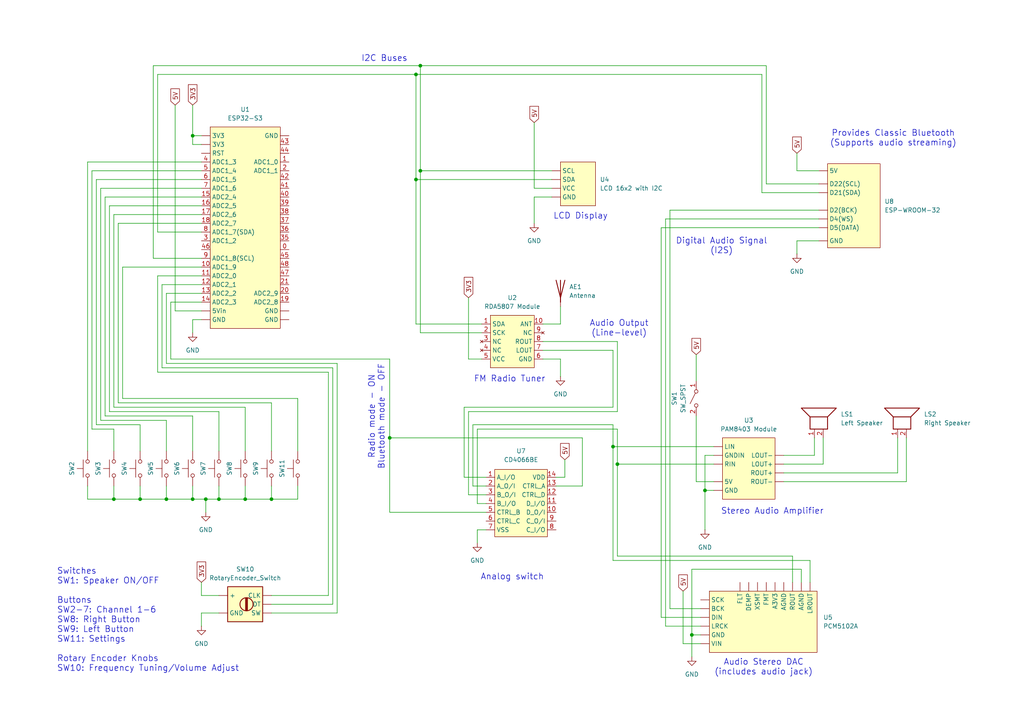
<source format=kicad_sch>
(kicad_sch (version 20231120) (generator "eeschema") (generator_version "8.0")
  (paper "A4")
  (lib_symbols
    (symbol "DIP_symbols:CD4066BE"
      (property "Reference" "U" (at 0 0 0))
      (property "Value" "CD4066BE" (at 0 0 0))
      (symbol "CD4066BE_0_1"
        (rectangle (start -7.62 -1.524) (end 7.62 -21.082) (fill (type background)))
      )
      (symbol "CD4066BE_1_1"
        (pin bidirectional line (at -10.16 -3.81 0) (length 2.54) (name "A_I/O") (number "1"))
        (pin bidirectional line (at 10.16 -13.97 180) (length 2.54) (name "D_O/I") (number "10"))
        (pin bidirectional line (at 10.16 -11.43 180) (length 2.54) (name "D_I/O") (number "11"))
        (pin input line (at 10.16 -8.89 180) (length 2.54) (name "CTRL_D") (number "12"))
        (pin input line (at 10.16 -6.35 180) (length 2.54) (name "CTRL_A") (number "13"))
        (pin power_in line (at 10.16 -3.81 180) (length 2.54) (name "VDD") (number "14"))
        (pin bidirectional line (at -10.16 -6.35 0) (length 2.54) (name "A_O/I") (number "2"))
        (pin bidirectional line (at -10.16 -8.89 0) (length 2.54) (name "B_O/I") (number "3"))
        (pin bidirectional line (at -10.16 -11.43 0) (length 2.54) (name "B_I/O") (number "4"))
        (pin input line (at -10.16 -13.97 0) (length 2.54) (name "CTRL_B") (number "5"))
        (pin input line (at -10.16 -16.51 0) (length 2.54) (name "CTRL_C") (number "6"))
        (pin power_in line (at -10.16 -19.05 0) (length 2.54) (name "VSS") (number "7"))
        (pin bidirectional line (at 10.16 -19.05 180) (length 2.54) (name "C_I/O") (number "8"))
        (pin bidirectional line (at 10.16 -16.51 180) (length 2.54) (name "C_O/I") (number "9"))
      )
    )
    (symbol "DIP_symbols:ESP32-S3"
      (property "Reference" "U" (at 0 0 0))
      (property "Value" "ESP32-S3" (at 0 0 0))
      (symbol "ESP32-S3_0_1"
        (rectangle (start -10.16 -1.27) (end 10.16 -59.69) (fill (type background)))
      )
      (symbol "ESP32-S3_1_1"
        (pin power_out line (at -12.7 -6.35 0) (length 2.54) (name "3V3") (number ""))
        (pin power_out line (at -12.7 -3.81 0) (length 2.54) (name "3V3") (number ""))
        (pin power_in line (at -12.7 -54.61 0) (length 2.54) (name "5Vin") (number ""))
        (pin power_out line (at -12.7 -57.15 0) (length 2.54) (name "GND") (number ""))
        (pin power_out line (at 12.7 -57.15 180) (length 2.54) (name "GND") (number ""))
        (pin power_out line (at 12.7 -54.61 180) (length 2.54) (name "GND") (number ""))
        (pin power_out line (at 12.7 -3.81 180) (length 2.54) (name "GND") (number ""))
        (pin input line (at -12.7 -8.89 0) (length 2.54) (name "RST") (number ""))
        (pin bidirectional line (at 12.7 -36.83 180) (length 2.54) (name "") (number "0"))
        (pin bidirectional line (at 12.7 -11.43 180) (length 2.54) (name "ADC1_0") (number "1"))
        (pin bidirectional line (at -12.7 -41.91 0) (length 2.54) (name "ADC1_9") (number "10"))
        (pin bidirectional line (at -12.7 -44.45 0) (length 2.54) (name "ADC2_0") (number "11"))
        (pin bidirectional line (at -12.7 -46.99 0) (length 2.54) (name "ADC2_1") (number "12"))
        (pin bidirectional line (at -12.7 -49.53 0) (length 2.54) (name "ADC2_2") (number "13"))
        (pin bidirectional line (at -12.7 -52.07 0) (length 2.54) (name "ADC2_3") (number "14"))
        (pin bidirectional line (at -12.7 -21.59 0) (length 2.54) (name "ADC2_4") (number "15"))
        (pin bidirectional line (at -12.7 -24.13 0) (length 2.54) (name "ADC2_5") (number "16"))
        (pin bidirectional line (at -12.7 -26.67 0) (length 2.54) (name "ADC2_6") (number "17"))
        (pin bidirectional line (at -12.7 -29.21 0) (length 2.54) (name "ADC2_7") (number "18"))
        (pin bidirectional line (at 12.7 -52.07 180) (length 2.54) (name "ADC2_8") (number "19"))
        (pin bidirectional line (at 12.7 -13.97 180) (length 2.54) (name "ADC1_1") (number "2"))
        (pin bidirectional line (at 12.7 -49.53 180) (length 2.54) (name "ADC2_9") (number "20"))
        (pin bidirectional line (at 12.7 -46.99 180) (length 2.54) (name "") (number "21"))
        (pin bidirectional line (at -12.7 -34.29 0) (length 2.54) (name "ADC1_2") (number "3"))
        (pin bidirectional line (at 12.7 -34.29 180) (length 2.54) (name "") (number "35"))
        (pin bidirectional line (at 12.7 -31.75 180) (length 2.54) (name "") (number "36"))
        (pin bidirectional line (at 12.7 -29.21 180) (length 2.54) (name "") (number "37"))
        (pin bidirectional line (at 12.7 -26.67 180) (length 2.54) (name "") (number "38"))
        (pin bidirectional line (at 12.7 -24.13 180) (length 2.54) (name "") (number "39"))
        (pin bidirectional line (at -12.7 -11.43 0) (length 2.54) (name "ADC1_3") (number "4"))
        (pin bidirectional line (at 12.7 -21.59 180) (length 2.54) (name "") (number "40"))
        (pin bidirectional line (at 12.7 -19.05 180) (length 2.54) (name "") (number "41"))
        (pin bidirectional line (at 12.7 -16.51 180) (length 2.54) (name "") (number "42"))
        (pin bidirectional line (at 12.7 -6.35 180) (length 2.54) (name "") (number "43"))
        (pin bidirectional line (at 12.7 -8.89 180) (length 2.54) (name "") (number "44"))
        (pin bidirectional line (at 12.7 -39.37 180) (length 2.54) (name "") (number "45"))
        (pin bidirectional line (at -12.7 -36.83 0) (length 2.54) (name "") (number "46"))
        (pin bidirectional line (at 12.7 -44.45 180) (length 2.54) (name "") (number "47"))
        (pin bidirectional line (at 12.7 -41.91 180) (length 2.54) (name "") (number "48"))
        (pin bidirectional line (at -12.7 -13.97 0) (length 2.54) (name "ADC1_4") (number "5"))
        (pin bidirectional line (at -12.7 -16.51 0) (length 2.54) (name "ADC1_5") (number "6"))
        (pin bidirectional line (at -12.7 -19.05 0) (length 2.54) (name "ADC1_6") (number "7"))
        (pin bidirectional line (at -12.7 -31.75 0) (length 2.54) (name "ADC1_7(SDA)") (number "8"))
        (pin bidirectional line (at -12.7 -39.37 0) (length 2.54) (name "ADC1_8(SCL)") (number "9"))
      )
    )
    (symbol "DIP_symbols:LCD_16x2_with_I2C"
      (property "Reference" "U" (at 0 0 0))
      (property "Value" "LCD 16x2 with I2C" (at 0 0 0))
      (symbol "LCD_16x2_with_I2C_0_1"
        (rectangle (start -5.08 -1.27) (end 5.08 -13.97) (fill (type background)))
      )
      (symbol "LCD_16x2_with_I2C_1_1"
        (pin power_in line (at -7.62 -11.43 0) (length 2.54) (name "GND") (number ""))
        (pin input line (at -7.62 -3.81 0) (length 2.54) (name "SCL") (number ""))
        (pin bidirectional line (at -7.62 -6.35 0) (length 2.54) (name "SDA") (number ""))
        (pin power_in line (at -7.62 -8.89 0) (length 2.54) (name "VCC") (number ""))
      )
    )
    (symbol "DIP_symbols:PAM8403_Module"
      (property "Reference" "U" (at 0 0 0))
      (property "Value" "PAM8403 Module" (at 0 0 0))
      (symbol "PAM8403_Module_0_1"
        (rectangle (start -7.62 -1.27) (end 7.62 -19.05) (fill (type background)))
      )
      (symbol "PAM8403_Module_1_1"
        (pin power_in line (at -10.16 -13.97 0) (length 2.54) (name "5V") (number ""))
        (pin power_in line (at -10.16 -16.51 0) (length 2.54) (name "GND") (number ""))
        (pin input line (at -10.16 -6.35 0) (length 2.54) (name "GNDIN") (number ""))
        (pin input line (at -10.16 -3.81 0) (length 2.54) (name "LIN") (number ""))
        (pin output line (at 10.16 -8.89 180) (length 2.54) (name "LOUT+") (number ""))
        (pin output line (at 10.16 -6.35 180) (length 2.54) (name "LOUT-") (number ""))
        (pin input line (at -10.16 -8.89 0) (length 2.54) (name "RIN") (number ""))
        (pin output line (at 10.16 -11.43 180) (length 2.54) (name "ROUT+") (number ""))
        (pin output line (at 10.16 -13.97 180) (length 2.54) (name "ROUT-") (number ""))
      )
    )
    (symbol "DIP_symbols:PCM5102A" (pin_numbers hide)
      (property "Reference" "U" (at -1.27 3.81 0))
      (property "Value" "PCM5102A" (at -1.27 3.81 0))
      (symbol "PCM5102A_0_1"
        (rectangle (start -14.732 0) (end 16.51 -17.78) (fill (type background)))
      )
      (symbol "PCM5102A_1_1"
        (pin bidirectional line (at -2.54 2.54 270) (length 2.54) (name "A3V3") (number ""))
        (pin bidirectional line (at -10.16 2.54 270) (length 2.54) (name "AGND") (number ""))
        (pin bidirectional line (at -5.08 2.54 270) (length 2.54) (name "AGND") (number ""))
        (pin bidirectional line (at 19.05 -5.08 180) (length 2.54) (name "BCK") (number ""))
        (pin bidirectional line (at 5.08 2.54 270) (length 2.54) (name "DEMP") (number ""))
        (pin bidirectional line (at 19.05 -7.62 180) (length 2.54) (name "DIN") (number ""))
        (pin bidirectional line (at 7.62 2.54 270) (length 2.54) (name "FLT") (number ""))
        (pin bidirectional line (at 0 2.54 270) (length 2.54) (name "FMT") (number ""))
        (pin power_in line (at 19.05 -12.7 180) (length 2.54) (name "GND") (number ""))
        (pin bidirectional line (at 19.05 -10.16 180) (length 2.54) (name "LRCK") (number ""))
        (pin bidirectional line (at -12.7 2.54 270) (length 2.54) (name "LROUT") (number ""))
        (pin bidirectional line (at -7.62 2.54 270) (length 2.54) (name "ROUT") (number ""))
        (pin bidirectional line (at 19.05 -2.54 180) (length 2.54) (name "SCK") (number ""))
        (pin power_in line (at 19.05 -15.24 180) (length 2.54) (name "VIN") (number ""))
        (pin bidirectional line (at 2.54 2.54 270) (length 2.54) (name "XSMT") (number ""))
      )
    )
    (symbol "DIP_symbols:RDA5807_Module"
      (property "Reference" "U" (at 0 0 0))
      (property "Value" "RDA5807 Module" (at 0 0 0))
      (symbol "RDA5807_Module_0_1"
        (rectangle (start -6.35 -1.27) (end 6.35 -16.51) (fill (type background)))
      )
      (symbol "RDA5807_Module_1_1"
        (pin bidirectional line (at -8.89 -3.81 0) (length 2.54) (name "SDA") (number "1"))
        (pin input line (at 8.89 -3.81 180) (length 2.54) (name "ANT") (number "10"))
        (pin bidirectional line (at -8.89 -6.35 0) (length 2.54) (name "SCK") (number "2"))
        (pin no_connect line (at -8.89 -8.89 0) (length 2.54) (name "NC") (number "3"))
        (pin no_connect line (at -8.89 -11.43 0) (length 2.54) (name "NC") (number "4"))
        (pin power_in line (at -8.89 -13.97 0) (length 2.54) (name "VCC") (number "5"))
        (pin power_in line (at 8.89 -13.97 180) (length 2.54) (name "GND") (number "6"))
        (pin output line (at 8.89 -11.43 180) (length 2.54) (name "LOUT") (number "7"))
        (pin output line (at 8.89 -8.89 180) (length 2.54) (name "ROUT") (number "8"))
        (pin no_connect line (at 8.89 -6.35 180) (length 2.54) (name "NC") (number "9"))
      )
    )
    (symbol "DIP_symbols:RotaryEncoder_Switch"
      (property "Reference" "SW" (at 0 -0.254 0))
      (property "Value" "RotaryEncoder_Switch" (at 0 0 0))
      (symbol "RotaryEncoder_Switch_0_1"
        (rectangle (start -5.08 5.08) (end 5.08 -5.08) (stroke (width 0.254)) (fill (type background)))
        (circle (center -0.381 0) (radius 1.905) (stroke (width 0.254)))
        (polyline (pts (xy -0.635 -1.778) (xy -0.635 1.778)) (stroke (width 0.254)))
        (polyline (pts (xy -0.381 -1.778) (xy -0.381 1.778)) (stroke (width 0.254)))
        (polyline (pts (xy -0.127 1.778) (xy -0.127 -1.778)) (stroke (width 0.254)))
      )
      (symbol "RotaryEncoder_Switch_1_1"
        (pin passive line (at 7.62 2.54 180) (length 2.54) (name "+") (number ""))
        (pin passive line (at -7.62 2.54 0) (length 2.54) (name "CLK") (number ""))
        (pin passive line (at -7.62 0 0) (length 2.54) (name "DT") (number ""))
        (pin passive line (at 7.62 -2.54 180) (length 2.54) (name "GND") (number ""))
        (pin passive line (at -7.62 -2.54 0) (length 2.54) (name "SW") (number ""))
      )
    )
    (symbol "Device:Antenna" (pin_numbers hide) (pin_names (offset 1.016) hide)
      (property "Reference" "AE" (at -1.905 1.905 0))
      (property "Value" "Antenna" (at -1.905 0 0))
      (symbol "Antenna_0_1"
        (polyline (pts (xy 0 2.54) (xy 0 -3.81)) (stroke (width 0.254)))
        (polyline (pts (xy 1.27 2.54) (xy 0 -2.54) (xy -1.27 2.54)) (stroke (width 0.254)))
      )
      (symbol "Antenna_1_1"
        (pin input line (at 0 -5.08 90) (length 2.54) (name "A") (number "1"))
      )
    )
    (symbol "Device:Speaker" (pin_names (offset 0) hide)
      (property "Reference" "LS" (at 1.27 5.715 0))
      (property "Value" "Speaker" (at 1.27 3.81 0))
      (symbol "Speaker_0_0"
        (rectangle (start -2.54 1.27) (end 1.016 -3.81) (stroke (width 0.254)))
        (polyline (pts (xy 1.016 1.27) (xy 3.556 3.81) (xy 3.556 -6.35) (xy 1.016 -3.81)) (stroke (width 0.254)))
      )
      (symbol "Speaker_1_1"
        (pin input line (at -5.08 0 0) (length 2.54) (name "1") (number "1"))
        (pin input line (at -5.08 -2.54 0) (length 2.54) (name "2") (number "2"))
      )
    )
    (symbol "ESP-WROOM-32_1"
      (property "Reference" "U" (at 0 0 0))
      (property "Value" "ESP-WROOM-32" (at 0 0 0))
      (symbol "ESP-WROOM-32_1_0_1"
        (rectangle (start -7.62 -3.048) (end 7.62 -27.432) (fill (type background)))
      )
      (symbol "ESP-WROOM-32_1_1_1"
        (pin power_in line (at -10.16 -5.08 0) (length 2.54) (name "5V") (number ""))
        (pin bidirectional line (at -10.16 -16.51 0) (length 2.54) (name "D2(BCK)") (number ""))
        (pin bidirectional line (at -10.16 -11.43 0) (length 2.54) (name "D21(SDA)") (number ""))
        (pin bidirectional line (at -10.16 -8.89 0) (length 2.54) (name "D22(SCL)") (number ""))
        (pin bidirectional line (at -10.16 -19.05 0) (length 2.54) (name "D4(WS)") (number ""))
        (pin bidirectional line (at -10.16 -21.59 0) (length 2.54) (name "D5(DATA)") (number ""))
        (pin power_out line (at -10.16 -25.4 0) (length 2.54) (name "GND") (number ""))
      )
    )
    (symbol "Switch:SW_Push" (pin_numbers hide) (pin_names (offset 1.016) hide)
      (property "Reference" "SW" (at 1.27 2.54 0))
      (property "Value" "SW_Push" (at 0 -1.524 0))
      (symbol "SW_Push_0_1"
        (circle (center -2.032 0) (radius 0.508))
        (polyline (pts (xy 0 1.27) (xy 0 3.048)))
        (polyline (pts (xy 2.54 1.27) (xy -2.54 1.27)))
        (circle (center 2.032 0) (radius 0.508))
        (pin passive line (at -5.08 0 0) (length 2.54) (name "1") (number "1"))
        (pin passive line (at 5.08 0 180) (length 2.54) (name "2") (number "2"))
      )
    )
    (symbol "Switch:SW_SPST" (pin_names (offset 0) hide)
      (property "Reference" "SW" (at 0 3.175 0))
      (property "Value" "SW_SPST" (at 0 -2.54 0))
      (symbol "SW_SPST_0_0"
        (circle (center -2.032 0) (radius 0.508))
        (polyline (pts (xy -1.524 0.254) (xy 1.524 1.778)))
        (circle (center 2.032 0) (radius 0.508))
      )
      (symbol "SW_SPST_1_1"
        (pin passive line (at -5.08 0 0) (length 2.54) (name "A") (number "1"))
        (pin passive line (at 5.08 0 180) (length 2.54) (name "B") (number "2"))
      )
    )
    (symbol "power:GND" (power) (pin_numbers hide) (pin_names (offset 0) hide)
      (property "Value" "GND" (at 0 -3.81 0))
      (symbol "GND_0_1"
        (polyline (pts (xy 0 0) (xy 0 -1.27) (xy 1.27 -1.27) (xy 0 -2.54) (xy -1.27 -1.27) (xy 0 -1.27)))
      )
      (symbol "GND_1_1"
        (pin power_in line (at 0 0 270) (length 0) (name "~") (number "1"))
      )
    )
  )
  (junction (at 63.5 144.78))
  (junction (at 113.03 127))
  (junction (at 55.88 144.78))
  (junction (at 121.92 49.53))
  (junction (at 121.92 19.05))
  (junction (at 59.69 144.78))
  (junction (at 200.66 184.15))
  (junction (at 71.12 144.78))
  (junction (at 179.07 134.62))
  (junction (at 55.88 39.37))
  (junction (at 48.26 144.78))
  (junction (at 177.8 129.54))
  (junction (at 120.65 52.07))
  (junction (at 33.02 144.78))
  (junction (at 120.65 21.59))
  (junction (at 78.74 144.78))
  (junction (at 204.47 142.24))
  (junction (at 40.64 144.78))
  (wire (pts (xy 97.79 105.41) (xy 97.79 177.8)))
  (wire (pts (xy 140.97 148.59) (xy 113.03 148.59)))
  (wire (pts (xy 140.97 146.05) (xy 138.43 146.05)))
  (wire (pts (xy 204.47 142.24) (xy 204.47 153.67)))
  (wire (pts (xy 227.33 132.08) (xy 236.22 132.08)))
  (wire (pts (xy 203.2 184.15) (xy 200.66 184.15)))
  (wire (pts (xy 63.5 144.78) (xy 71.12 144.78)))
  (wire (pts (xy 86.36 115.57) (xy 86.36 130.81)))
  (wire (pts (xy 121.92 49.53) (xy 160.02 49.53)))
  (wire (pts (xy 63.5 119.38) (xy 63.5 130.81)))
  (wire (pts (xy 55.88 30.48) (xy 55.88 39.37)))
  (wire (pts (xy 71.12 144.78) (xy 78.74 144.78)))
  (wire (pts (xy 55.88 39.37) (xy 58.42 39.37)))
  (wire (pts (xy 25.4 144.78) (xy 33.02 144.78)))
  (wire (pts (xy 121.92 49.53) (xy 121.92 96.52)))
  (wire (pts (xy 201.93 120.65) (xy 201.93 139.7)))
  (wire (pts (xy 177.8 162.56) (xy 234.95 162.56)))
  (wire (pts (xy 33.02 118.11) (xy 71.12 118.11)))
  (wire (pts (xy 48.26 121.92) (xy 48.26 130.81)))
  (wire (pts (xy 207.01 139.7) (xy 201.93 139.7)))
  (wire (pts (xy 40.64 144.78) (xy 40.64 140.97)))
  (wire (pts (xy 201.93 102.87) (xy 201.93 110.49)))
  (wire (pts (xy 120.65 52.07) (xy 120.65 93.98)))
  (wire (pts (xy 58.42 80.01) (xy 45.72 80.01)))
  (wire (pts (xy 120.65 52.07) (xy 160.02 52.07)))
  (wire (pts (xy 34.29 64.77) (xy 58.42 64.77)))
  (wire (pts (xy 59.69 148.59) (xy 59.69 144.78)))
  (wire (pts (xy 163.83 138.43) (xy 161.29 138.43)))
  (wire (pts (xy 237.49 69.85) (xy 231.14 69.85)))
  (wire (pts (xy 25.4 144.78) (xy 25.4 140.97)))
  (wire (pts (xy 113.03 148.59) (xy 113.03 127)))
  (wire (pts (xy 179.07 124.46) (xy 179.07 134.62)))
  (wire (pts (xy 200.66 184.15) (xy 200.66 190.5)))
  (wire (pts (xy 31.75 59.69) (xy 58.42 59.69)))
  (wire (pts (xy 33.02 144.78) (xy 33.02 140.97)))
  (wire (pts (xy 204.47 132.08) (xy 204.47 142.24)))
  (wire (pts (xy 236.22 132.08) (xy 236.22 127)))
  (wire (pts (xy 50.8 30.48) (xy 50.8 90.17)))
  (wire (pts (xy 55.88 120.65) (xy 55.88 130.81)))
  (wire (pts (xy 134.62 118.11) (xy 134.62 138.43)))
  (wire (pts (xy 154.94 35.56) (xy 154.94 54.61)))
  (wire (pts (xy 134.62 138.43) (xy 140.97 138.43)))
  (wire (pts (xy 58.42 41.91) (xy 55.88 41.91)))
  (wire (pts (xy 120.65 93.98) (xy 139.7 93.98)))
  (wire (pts (xy 162.56 93.98) (xy 157.48 93.98)))
  (wire (pts (xy 29.21 54.61) (xy 58.42 54.61)))
  (wire (pts (xy 113.03 104.14) (xy 113.03 127)))
  (wire (pts (xy 71.12 144.78) (xy 71.12 140.97)))
  (wire (pts (xy 35.56 115.57) (xy 86.36 115.57)))
  (wire (pts (xy 231.14 49.53) (xy 231.14 44.45)))
  (wire (pts (xy 207.01 132.08) (xy 204.47 132.08)))
  (wire (pts (xy 222.25 53.34) (xy 237.49 53.34)))
  (wire (pts (xy 30.48 120.65) (xy 55.88 120.65)))
  (wire (pts (xy 33.02 62.23) (xy 58.42 62.23)))
  (wire (pts (xy 44.45 19.05) (xy 44.45 74.93)))
  (wire (pts (xy 238.76 134.62) (xy 238.76 127)))
  (wire (pts (xy 138.43 153.67) (xy 138.43 157.48)))
  (wire (pts (xy 55.88 144.78) (xy 55.88 140.97)))
  (wire (pts (xy 157.48 101.6) (xy 177.8 101.6)))
  (wire (pts (xy 59.69 144.78) (xy 63.5 144.78)))
  (wire (pts (xy 63.5 177.8) (xy 58.42 177.8)))
  (wire (pts (xy 48.26 144.78) (xy 55.88 144.78)))
  (wire (pts (xy 120.65 21.59) (xy 220.98 21.59)))
  (wire (pts (xy 34.29 64.77) (xy 34.29 116.84)))
  (wire (pts (xy 232.41 165.1) (xy 200.66 165.1)))
  (wire (pts (xy 45.72 80.01) (xy 45.72 107.95)))
  (wire (pts (xy 162.56 104.14) (xy 162.56 109.22)))
  (wire (pts (xy 179.07 134.62) (xy 207.01 134.62)))
  (wire (pts (xy 227.33 139.7) (xy 262.89 139.7)))
  (wire (pts (xy 177.8 123.19) (xy 177.8 129.54)))
  (wire (pts (xy 177.8 129.54) (xy 177.8 162.56)))
  (wire (pts (xy 46.99 106.68) (xy 96.52 106.68)))
  (wire (pts (xy 262.89 139.7) (xy 262.89 127)))
  (wire (pts (xy 135.89 119.38) (xy 135.89 143.51)))
  (wire (pts (xy 58.42 177.8) (xy 58.42 181.61)))
  (wire (pts (xy 44.45 74.93) (xy 58.42 74.93)))
  (wire (pts (xy 179.07 99.06) (xy 179.07 119.38)))
  (wire (pts (xy 40.64 144.78) (xy 48.26 144.78)))
  (wire (pts (xy 58.42 82.55) (xy 46.99 82.55)))
  (wire (pts (xy 229.87 161.29) (xy 229.87 168.91)))
  (wire (pts (xy 193.04 181.61) (xy 203.2 181.61)))
  (wire (pts (xy 179.07 161.29) (xy 229.87 161.29)))
  (wire (pts (xy 49.53 87.63) (xy 49.53 104.14)))
  (wire (pts (xy 45.72 67.31) (xy 58.42 67.31)))
  (wire (pts (xy 29.21 54.61) (xy 29.21 121.92)))
  (wire (pts (xy 157.48 99.06) (xy 179.07 99.06)))
  (wire (pts (xy 26.67 49.53) (xy 58.42 49.53)))
  (wire (pts (xy 177.8 118.11) (xy 134.62 118.11)))
  (wire (pts (xy 137.16 140.97) (xy 137.16 123.19)))
  (wire (pts (xy 168.91 140.97) (xy 168.91 127)))
  (wire (pts (xy 227.33 137.16) (xy 260.35 137.16)))
  (wire (pts (xy 44.45 19.05) (xy 121.92 19.05)))
  (wire (pts (xy 168.91 127) (xy 113.03 127)))
  (wire (pts (xy 138.43 146.05) (xy 138.43 124.46)))
  (wire (pts (xy 177.8 129.54) (xy 207.01 129.54)))
  (wire (pts (xy 63.5 172.72) (xy 58.42 172.72)))
  (wire (pts (xy 200.66 165.1) (xy 200.66 184.15)))
  (wire (pts (xy 33.02 62.23) (xy 33.02 118.11)))
  (wire (pts (xy 139.7 104.14) (xy 135.89 104.14)))
  (wire (pts (xy 86.36 140.97) (xy 86.36 144.78)))
  (wire (pts (xy 48.26 105.41) (xy 97.79 105.41)))
  (wire (pts (xy 46.99 82.55) (xy 46.99 106.68)))
  (wire (pts (xy 227.33 134.62) (xy 238.76 134.62)))
  (wire (pts (xy 40.64 123.19) (xy 40.64 130.81)))
  (wire (pts (xy 160.02 54.61) (xy 154.94 54.61)))
  (wire (pts (xy 179.07 119.38) (xy 135.89 119.38)))
  (wire (pts (xy 48.26 144.78) (xy 48.26 140.97)))
  (wire (pts (xy 78.74 177.8) (xy 97.79 177.8)))
  (wire (pts (xy 160.02 57.15) (xy 154.94 57.15)))
  (wire (pts (xy 237.49 60.96) (xy 194.31 60.96)))
  (wire (pts (xy 25.4 46.99) (xy 58.42 46.99)))
  (wire (pts (xy 55.88 92.71) (xy 58.42 92.71)))
  (wire (pts (xy 237.49 66.04) (xy 191.77 66.04)))
  (wire (pts (xy 33.02 124.46) (xy 33.02 130.81)))
  (wire (pts (xy 194.31 176.53) (xy 203.2 176.53)))
  (wire (pts (xy 78.74 144.78) (xy 86.36 144.78)))
  (wire (pts (xy 45.72 107.95) (xy 95.25 107.95)))
  (wire (pts (xy 220.98 55.88) (xy 237.49 55.88)))
  (wire (pts (xy 163.83 133.35) (xy 163.83 138.43)))
  (wire (pts (xy 27.94 52.07) (xy 27.94 123.19)))
  (wire (pts (xy 35.56 77.47) (xy 35.56 115.57)))
  (wire (pts (xy 135.89 86.36) (xy 135.89 104.14)))
  (wire (pts (xy 26.67 124.46) (xy 33.02 124.46)))
  (wire (pts (xy 27.94 123.19) (xy 40.64 123.19)))
  (wire (pts (xy 138.43 153.67) (xy 140.97 153.67)))
  (wire (pts (xy 55.88 39.37) (xy 55.88 41.91)))
  (wire (pts (xy 78.74 116.84) (xy 78.74 130.81)))
  (wire (pts (xy 135.89 143.51) (xy 140.97 143.51)))
  (wire (pts (xy 137.16 123.19) (xy 177.8 123.19)))
  (wire (pts (xy 121.92 19.05) (xy 222.25 19.05)))
  (wire (pts (xy 191.77 179.07) (xy 203.2 179.07)))
  (wire (pts (xy 121.92 19.05) (xy 121.92 49.53)))
  (wire (pts (xy 237.49 63.5) (xy 193.04 63.5)))
  (wire (pts (xy 260.35 137.16) (xy 260.35 127)))
  (wire (pts (xy 237.49 49.53) (xy 231.14 49.53)))
  (wire (pts (xy 30.48 57.15) (xy 30.48 120.65)))
  (wire (pts (xy 29.21 121.92) (xy 48.26 121.92)))
  (wire (pts (xy 231.14 69.85) (xy 231.14 73.66)))
  (wire (pts (xy 26.67 49.53) (xy 26.67 124.46)))
  (wire (pts (xy 58.42 172.72) (xy 58.42 168.91)))
  (wire (pts (xy 154.94 57.15) (xy 154.94 64.77)))
  (wire (pts (xy 33.02 144.78) (xy 40.64 144.78)))
  (wire (pts (xy 27.94 52.07) (xy 58.42 52.07)))
  (wire (pts (xy 162.56 88.9) (xy 162.56 93.98)))
  (wire (pts (xy 45.72 21.59) (xy 45.72 67.31)))
  (wire (pts (xy 71.12 118.11) (xy 71.12 130.81)))
  (wire (pts (xy 55.88 144.78) (xy 59.69 144.78)))
  (wire (pts (xy 58.42 90.17) (xy 50.8 90.17)))
  (wire (pts (xy 55.88 92.71) (xy 55.88 96.52)))
  (wire (pts (xy 96.52 106.68) (xy 96.52 175.26)))
  (wire (pts (xy 58.42 85.09) (xy 48.26 85.09)))
  (wire (pts (xy 138.43 124.46) (xy 179.07 124.46)))
  (wire (pts (xy 204.47 142.24) (xy 207.01 142.24)))
  (wire (pts (xy 78.74 172.72) (xy 95.25 172.72)))
  (wire (pts (xy 49.53 104.14) (xy 113.03 104.14)))
  (wire (pts (xy 78.74 116.84) (xy 34.29 116.84)))
  (wire (pts (xy 161.29 140.97) (xy 168.91 140.97)))
  (wire (pts (xy 45.72 21.59) (xy 120.65 21.59)))
  (wire (pts (xy 234.95 162.56) (xy 234.95 168.91)))
  (wire (pts (xy 31.75 59.69) (xy 31.75 119.38)))
  (wire (pts (xy 232.41 168.91) (xy 232.41 165.1)))
  (wire (pts (xy 220.98 21.59) (xy 220.98 55.88)))
  (wire (pts (xy 121.92 96.52) (xy 139.7 96.52)))
  (wire (pts (xy 198.12 186.69) (xy 203.2 186.69)))
  (wire (pts (xy 30.48 57.15) (xy 58.42 57.15)))
  (wire (pts (xy 179.07 134.62) (xy 179.07 161.29)))
  (wire (pts (xy 194.31 60.96) (xy 194.31 176.53)))
  (wire (pts (xy 25.4 46.99) (xy 25.4 130.81)))
  (wire (pts (xy 35.56 77.47) (xy 58.42 77.47)))
  (wire (pts (xy 95.25 107.95) (xy 95.25 172.72)))
  (wire (pts (xy 177.8 101.6) (xy 177.8 118.11)))
  (wire (pts (xy 63.5 144.78) (xy 63.5 140.97)))
  (wire (pts (xy 140.97 140.97) (xy 137.16 140.97)))
  (wire (pts (xy 58.42 87.63) (xy 49.53 87.63)))
  (wire (pts (xy 191.77 66.04) (xy 191.77 179.07)))
  (wire (pts (xy 193.04 63.5) (xy 193.04 181.61)))
  (wire (pts (xy 78.74 144.78) (xy 78.74 140.97)))
  (wire (pts (xy 198.12 171.45) (xy 198.12 186.69)))
  (wire (pts (xy 78.74 175.26) (xy 96.52 175.26)))
  (wire (pts (xy 222.25 19.05) (xy 222.25 53.34)))
  (wire (pts (xy 120.65 21.59) (xy 120.65 52.07)))
  (wire (pts (xy 31.75 119.38) (xy 63.5 119.38)))
  (wire (pts (xy 48.26 85.09) (xy 48.26 105.41)))
  (wire (pts (xy 157.48 104.14) (xy 162.56 104.14)))
  (text "Stereo Audio Amplifier" (at 224.028 148.336 0) (effects (font (size 1.75 1.75))))
  (text "Audio Output\n(Line-level)" (at 179.578 95.25 0) (effects (font (size 1.75 1.75))))
  (text "Switches\nSW1: Speaker ON/OFF\n\nButtons\nSW2-7: Channel 1-6\nSW8: Right Button\nSW9: Left Button\nSW11: Settings\n\nRotary Encoder Knobs\nSW10: Frequency Tuning/Volume Adjust" (at 16.51 179.832 0) (effects (font (size 1.75 1.75)) (justify left)))
  (text "Provides Classic Bluetooth\n(Supports audio streaming)" (at 259.08 40.132 0) (effects (font (size 1.75 1.75))))
  (text "Digital Audio Signal\n(I2S)" (at 209.296 71.374 0) (effects (font (size 1.75 1.75))))
  (text "Audio Stereo DAC\n(includes audio jack)" (at 221.488 193.548 0) (effects (font (size 1.75 1.75))))
  (text "Radio mode - ON\nBluetooth mode - OFF" (at 109.22 120.904 90) (effects (font (size 1.75 1.75))))
  (text "I2C Buses" (at 111.506 17.018 0) (effects (font (size 1.75 1.75))))
  (text "Analog switch" (at 148.59 167.386 0) (effects (font (size 1.75 1.75))))
  (text "FM Radio Tuner" (at 147.828 109.982 0) (effects (font (size 1.75 1.75))))
  (text "LCD Display" (at 168.402 62.738 0) (effects (font (size 1.75 1.75))))
  (global_label "5V" (shape input) (at 163.83 133.35 90) (property "Intersheetrefs" "${INTERSHEET_REFS}" (effects (hide yes))))
  (global_label "3V3" (shape input) (at 55.88 30.48 90) (property "Intersheetrefs" "${INTERSHEET_REFS}" (effects (hide yes))))
  (global_label "5V" (shape input) (at 231.14 44.45 90) (property "Intersheetrefs" "${INTERSHEET_REFS}" (effects (hide yes))))
  (global_label "5V" (shape input) (at 201.93 102.87 90) (property "Intersheetrefs" "${INTERSHEET_REFS}" (effects (hide yes))))
  (global_label "5V" (shape input) (at 198.12 171.45 90) (property "Intersheetrefs" "${INTERSHEET_REFS}" (effects (hide yes))))
  (global_label "5V" (shape input) (at 50.8 30.48 90) (property "Intersheetrefs" "${INTERSHEET_REFS}" (effects (hide yes))))
  (global_label "3V3" (shape input) (at 58.42 168.91 90) (property "Intersheetrefs" "${INTERSHEET_REFS}" (effects (hide yes))))
  (global_label "3V3" (shape input) (at 135.89 86.36 90) (property "Intersheetrefs" "${INTERSHEET_REFS}" (effects (hide yes))))
  (global_label "5V" (shape input) (at 154.94 35.56 90) (property "Intersheetrefs" "${INTERSHEET_REFS}" (effects (hide yes))))
  (symbol (lib_id "Switch:SW_Push") (at 71.12 135.89 90) (mirror x) (unit 1)
    (property "Reference" "SW8" (at 66.548 135.89 0))
    (property "Value" "Button" (effects (hide yes)))
    (property "Description" "Push button switch, generic, two pins" (effects (hide yes)))
  )
  (symbol (lib_id "power:GND") (at 204.47 153.67 0) (unit 1)
    (property "Reference" "#PWR05" (effects (hide yes)))
    (property "Value" "GND" (at 204.47 158.75 0))
    (property "Description" "Power symbol creates a global label with name \"GND\" , ground" (effects (hide yes)))
  )
  (symbol (lib_id "DIP_symbols:PCM5102A") (at 222.25 171.45 0) (mirror y) (unit 1)
    (property "Reference" "U5" (at 238.76 179.0699 0) (effects (justify right)))
    (property "Value" "PCM5102A" (at 238.76 181.6099 0) (effects (justify right)))
  )
  (symbol (lib_id "DIP_symbols:RotaryEncoder_Switch") (at 71.12 175.26 0) (mirror y) (unit 1)
    (property "Reference" "SW10" (at 71.12 165.1 0))
    (property "Value" "RotaryEncoder_Switch" (at 71.12 167.64 0))
  )
  (symbol (lib_id "power:GND") (at 162.56 109.22 0) (unit 1)
    (property "Reference" "#PWR04" (effects (hide yes)))
    (property "Value" "GND" (at 162.56 114.3 0))
    (property "Description" "Power symbol creates a global label with name \"GND\" , ground" (effects (hide yes)))
  )
  (symbol (lib_id "Device:Speaker") (at 260.35 121.92 90) (unit 1)
    (property "Reference" "LS2" (at 267.97 120.1419 90) (effects (justify right)))
    (property "Value" "Right Speaker" (at 267.97 122.6819 90) (effects (justify right)))
    (property "Description" "Speaker" (effects (hide yes)))
  )
  (symbol (lib_id "Switch:SW_Push") (at 78.74 135.89 90) (mirror x) (unit 1)
    (property "Reference" "SW9" (at 74.168 135.89 0))
    (property "Value" "Button" (effects (hide yes)))
    (property "Description" "Push button switch, generic, two pins" (effects (hide yes)))
  )
  (symbol (lib_id "DIP_symbols:LCD_16x2_with_I2C") (at 167.64 45.72 0) (unit 1)
    (property "Reference" "U4" (at 173.99 52.0699 0) (effects (justify left)))
    (property "Value" "LCD 16x2 with I2C" (at 173.99 54.6099 0) (effects (justify left)))
  )
  (symbol (lib_id "DIP_symbols:PAM8403_Module") (at 217.17 125.73 0) (unit 1)
    (property "Reference" "U3" (at 217.17 121.92 0))
    (property "Value" "PAM8403 Module" (at 217.17 124.46 0))
  )
  (symbol (lib_id "power:GND") (at 231.14 73.66 0) (unit 1)
    (property "Reference" "#PWR011" (effects (hide yes)))
    (property "Value" "GND" (at 231.14 78.74 0))
    (property "Description" "Power symbol creates a global label with name \"GND\" , ground" (effects (hide yes)))
  )
  (symbol (lib_id "Device:Speaker") (at 236.22 121.92 90) (unit 1)
    (property "Reference" "LS1" (at 243.84 120.1419 90) (effects (justify right)))
    (property "Value" "Left Speaker" (at 243.84 122.6819 90) (effects (justify right)))
    (property "Description" "Speaker" (effects (hide yes)))
  )
  (symbol (lib_id "DIP_symbols:RDA5807_Module") (at 148.59 90.17 0) (unit 1)
    (property "Reference" "U2" (at 148.59 86.36 0))
    (property "Value" "RDA5807 Module" (at 148.59 88.9 0))
  )
  (symbol (lib_id "Switch:SW_Push") (at 48.26 135.89 90) (mirror x) (unit 1)
    (property "Reference" "SW5" (at 43.688 135.89 0))
    (property "Value" "Button" (effects (hide yes)))
    (property "Description" "Push button switch, generic, two pins" (effects (hide yes)))
  )
  (symbol (lib_id "power:GND") (at 138.43 157.48 0) (unit 1)
    (property "Reference" "#PWR06" (effects (hide yes)))
    (property "Value" "GND" (at 138.43 162.56 0))
    (property "Description" "Power symbol creates a global label with name \"GND\" , ground" (effects (hide yes)))
  )
  (symbol (lib_id "Switch:SW_Push") (at 40.64 135.89 90) (mirror x) (unit 1)
    (property "Reference" "SW4" (at 36.068 135.89 0))
    (property "Value" "Button" (effects (hide yes)))
    (property "Description" "Push button switch, generic, two pins" (effects (hide yes)))
  )
  (symbol (lib_id "DIP_symbols:ESP32-S3") (at 71.12 35.56 0) (unit 1)
    (property "Reference" "U1" (at 71.12 31.75 0))
    (property "Value" "ESP32-S3" (at 71.12 34.29 0))
  )
  (symbol (lib_id "power:GND") (at 59.69 148.59 0) (unit 1)
    (property "Reference" "#PWR07" (effects (hide yes)))
    (property "Value" "GND" (at 59.69 153.67 0))
    (property "Description" "Power symbol creates a global label with name \"GND\" , ground" (effects (hide yes)))
  )
  (symbol (lib_id "Switch:SW_Push") (at 63.5 135.89 90) (mirror x) (unit 1)
    (property "Reference" "SW7" (at 58.928 135.89 0))
    (property "Value" "Button" (effects (hide yes)))
    (property "Description" "Push button switch, generic, two pins" (effects (hide yes)))
  )
  (symbol (lib_id "Device:Antenna") (at 162.56 83.82 0) (unit 1)
    (property "Reference" "AE1" (at 165.1 83.1849 0) (effects (justify left)))
    (property "Value" "Antenna" (at 165.1 85.7249 0) (effects (justify left)))
    (property "Description" "Antenna" (effects (hide yes)))
  )
  (symbol (lib_id "Switch:SW_Push") (at 33.02 135.89 90) (mirror x) (unit 1)
    (property "Reference" "SW3" (at 28.448 135.89 0))
    (property "Value" "Button" (effects (hide yes)))
    (property "Description" "Push button switch, generic, two pins" (effects (hide yes)))
  )
  (symbol (lib_id "Switch:SW_Push") (at 55.88 135.89 90) (mirror x) (unit 1)
    (property "Reference" "SW6" (at 51.308 135.89 0))
    (property "Value" "Button" (effects (hide yes)))
    (property "Description" "Push button switch, generic, two pins" (effects (hide yes)))
  )
  (symbol (lib_id "power:GND") (at 58.42 181.61 0) (mirror y) (unit 1)
    (property "Reference" "#PWR09" (effects (hide yes)))
    (property "Value" "GND" (at 58.42 186.69 0))
    (property "Description" "Power symbol creates a global label with name \"GND\" , ground" (effects (hide yes)))
  )
  (symbol (lib_id "Switch:SW_Push") (at 25.4 135.89 90) (mirror x) (unit 1)
    (property "Reference" "SW2" (at 20.828 135.89 0))
    (property "Value" "Button" (effects (hide yes)))
    (property "Description" "Push button switch, generic, two pins" (effects (hide yes)))
  )
  (symbol (lib_id "Switch:SW_Push") (at 86.36 135.89 90) (mirror x) (unit 1)
    (property "Reference" "SW11" (at 81.788 135.89 0))
    (property "Value" "Button" (effects (hide yes)))
    (property "Description" "Push button switch, generic, two pins" (effects (hide yes)))
  )
  (symbol (lib_id "power:GND") (at 154.94 64.77 0) (unit 1)
    (property "Reference" "#PWR03" (effects (hide yes)))
    (property "Value" "GND" (at 154.94 69.85 0))
    (property "Description" "Power symbol creates a global label with name \"GND\" , ground" (effects (hide yes)))
  )
  (symbol (lib_id "DIP_symbols:CD4066BE") (at 151.13 134.62 0) (unit 1)
    (property "Reference" "U7" (at 151.13 130.81 0))
    (property "Value" "CD4066BE" (at 151.13 133.35 0))
  )
  (symbol (lib_id "power:GND") (at 200.66 190.5 0) (mirror y) (unit 1)
    (property "Reference" "#PWR02" (effects (hide yes)))
    (property "Value" "GND" (at 200.66 195.58 0))
    (property "Description" "Power symbol creates a global label with name \"GND\" , ground" (effects (hide yes)))
  )
  (symbol (lib_id "power:GND") (at 55.88 96.52 0) (unit 1)
    (property "Reference" "#PWR01" (effects (hide yes)))
    (property "Value" "GND" (at 55.88 101.6 0))
    (property "Description" "Power symbol creates a global label with name \"GND\" , ground" (effects (hide yes)))
  )
  (symbol (lib_name "ESP-WROOM-32_1") (lib_id "DIP_symbols:ESP-WROOM-32") (at 247.65 44.45 0) (unit 1)
    (property "Reference" "U8" (at 256.54 58.4199 0) (effects (justify left)))
    (property "Value" "ESP-WROOM-32" (at 256.54 60.9599 0) (effects (justify left)))
  )
  (symbol (lib_id "Switch:SW_SPST") (at 201.93 115.57 90) (mirror x) (unit 1)
    (property "Reference" "SW1" (at 195.58 115.57 0))
    (property "Value" "SW_SPST" (at 198.12 115.57 0))
    (property "Description" "Single Pole Single Throw (SPST) switch" (effects (hide yes)))
  )
)
</source>
